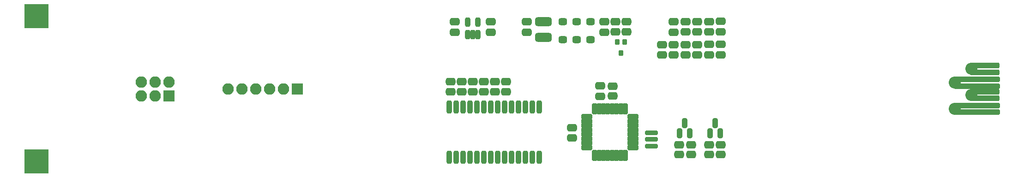
<source format=gbs>
G04 #@! TF.GenerationSoftware,KiCad,Pcbnew,7.0.1-0*
G04 #@! TF.CreationDate,2023-04-13T17:41:14+02:00*
G04 #@! TF.ProjectId,Remote,52656d6f-7465-42e6-9b69-6361645f7063,rev?*
G04 #@! TF.SameCoordinates,Original*
G04 #@! TF.FileFunction,Soldermask,Bot*
G04 #@! TF.FilePolarity,Negative*
%FSLAX46Y46*%
G04 Gerber Fmt 4.6, Leading zero omitted, Abs format (unit mm)*
G04 Created by KiCad (PCBNEW 7.0.1-0) date 2023-04-13 17:41:14*
%MOMM*%
%LPD*%
G01*
G04 APERTURE LIST*
G04 Aperture macros list*
%AMRoundRect*
0 Rectangle with rounded corners*
0 $1 Rounding radius*
0 $2 $3 $4 $5 $6 $7 $8 $9 X,Y pos of 4 corners*
0 Add a 4 corners polygon primitive as box body*
4,1,4,$2,$3,$4,$5,$6,$7,$8,$9,$2,$3,0*
0 Add four circle primitives for the rounded corners*
1,1,$1+$1,$2,$3*
1,1,$1+$1,$4,$5*
1,1,$1+$1,$6,$7*
1,1,$1+$1,$8,$9*
0 Add four rect primitives between the rounded corners*
20,1,$1+$1,$2,$3,$4,$5,0*
20,1,$1+$1,$4,$5,$6,$7,0*
20,1,$1+$1,$6,$7,$8,$9,0*
20,1,$1+$1,$8,$9,$2,$3,0*%
G04 Aperture macros list end*
%ADD10RoundRect,0.200000X2.500000X-0.300000X2.500000X0.300000X-2.500000X0.300000X-2.500000X-0.300000X0*%
%ADD11C,2.200000*%
%ADD12RoundRect,0.200000X4.000000X-0.300000X4.000000X0.300000X-4.000000X0.300000X-4.000000X-0.300000X0*%
%ADD13RoundRect,0.450000X0.450000X-0.262500X0.450000X0.262500X-0.450000X0.262500X-0.450000X-0.262500X0*%
%ADD14RoundRect,0.450000X-0.450000X0.262500X-0.450000X-0.262500X0.450000X-0.262500X0.450000X0.262500X0*%
%ADD15RoundRect,0.450000X0.475000X-0.250000X0.475000X0.250000X-0.475000X0.250000X-0.475000X-0.250000X0*%
%ADD16RoundRect,0.450000X-0.475000X0.250000X-0.475000X-0.250000X0.475000X-0.250000X0.475000X0.250000X0*%
%ADD17RoundRect,0.425000X-0.375000X0.225000X-0.375000X-0.225000X0.375000X-0.225000X0.375000X0.225000X0*%
%ADD18RoundRect,0.425000X0.375000X-0.225000X0.375000X0.225000X-0.375000X0.225000X-0.375000X-0.225000X0*%
%ADD19RoundRect,0.350000X0.150000X-0.512500X0.150000X0.512500X-0.150000X0.512500X-0.150000X-0.512500X0*%
%ADD20RoundRect,0.350000X-0.150000X0.875000X-0.150000X-0.875000X0.150000X-0.875000X0.150000X0.875000X0*%
%ADD21RoundRect,0.450000X-1.075000X0.375000X-1.075000X-0.375000X1.075000X-0.375000X1.075000X0.375000X0*%
%ADD22RoundRect,0.200000X0.275000X-0.800000X0.275000X0.800000X-0.275000X0.800000X-0.275000X-0.800000X0*%
%ADD23RoundRect,0.200000X0.800000X0.275000X-0.800000X0.275000X-0.800000X-0.275000X0.800000X-0.275000X0*%
%ADD24RoundRect,0.200000X-2.032000X-2.032000X2.032000X-2.032000X2.032000X2.032000X-2.032000X2.032000X0*%
%ADD25RoundRect,0.200000X-0.225000X-0.350000X0.225000X-0.350000X0.225000X0.350000X-0.225000X0.350000X0*%
%ADD26RoundRect,0.200000X0.850000X-0.850000X0.850000X0.850000X-0.850000X0.850000X-0.850000X-0.850000X0*%
%ADD27O,2.100000X2.100000*%
%ADD28RoundRect,0.200000X0.950000X-0.200000X0.950000X0.200000X-0.950000X0.200000X-0.950000X-0.200000X0*%
%ADD29RoundRect,0.350000X0.150000X-0.587500X0.150000X0.587500X-0.150000X0.587500X-0.150000X-0.587500X0*%
G04 APERTURE END LIST*
D10*
X217597000Y-57730000D03*
D11*
X215097000Y-57130000D03*
X215097000Y-57130000D03*
D10*
X217597000Y-56530000D03*
D12*
X216097000Y-60270000D03*
D11*
X212097000Y-59670000D03*
X212097000Y-59670000D03*
D12*
X216097000Y-59070000D03*
D10*
X217597000Y-52924000D03*
D11*
X215097000Y-52324000D03*
X215097000Y-52324000D03*
D10*
X217597000Y-51724000D03*
D12*
X216097000Y-55464000D03*
D11*
X212097000Y-54864000D03*
X212097000Y-54864000D03*
D12*
X216097000Y-54264000D03*
D13*
X161544000Y-68072000D03*
X161544000Y-66247000D03*
D14*
X169164000Y-66247000D03*
X169164000Y-68072000D03*
D15*
X127000000Y-45588000D03*
X127000000Y-43688000D03*
X120396000Y-45588000D03*
X120396000Y-43688000D03*
X147066000Y-57338000D03*
X147066000Y-55438000D03*
D16*
X133604000Y-43678400D03*
X133604000Y-45578400D03*
D15*
X147828000Y-45568800D03*
X147828000Y-43668800D03*
D16*
X169164000Y-43601600D03*
X169164000Y-45501600D03*
X167005000Y-43611200D03*
X167005000Y-45511200D03*
X162687000Y-43649600D03*
X162687000Y-45549600D03*
X160528000Y-43659200D03*
X160528000Y-45559200D03*
X169164000Y-47835200D03*
X169164000Y-49735200D03*
X167005000Y-47823000D03*
X167005000Y-49723000D03*
X164846000Y-47847400D03*
X164846000Y-49747400D03*
D17*
X145288000Y-43626000D03*
X145288000Y-46926000D03*
D18*
X142748000Y-46926000D03*
X142748000Y-43626000D03*
D14*
X149352000Y-55475500D03*
X149352000Y-57300500D03*
D13*
X119634000Y-56515000D03*
X119634000Y-54690000D03*
X121666000Y-56515000D03*
X121666000Y-54690000D03*
X123698000Y-56515000D03*
X123698000Y-54690000D03*
X125730000Y-56515000D03*
X125730000Y-54690000D03*
D16*
X162687000Y-47859600D03*
X162687000Y-49759600D03*
X160528000Y-47871800D03*
X160528000Y-49771800D03*
X158369000Y-47884000D03*
X158369000Y-49784000D03*
X141859000Y-63124000D03*
X141859000Y-65024000D03*
D19*
X124648000Y-46029500D03*
X123698000Y-46029500D03*
X122748000Y-46029500D03*
X122748000Y-43754500D03*
X124648000Y-43754500D03*
D20*
X119380000Y-59280000D03*
X120650000Y-59280000D03*
X121920000Y-59280000D03*
X123190000Y-59280000D03*
X124460000Y-59280000D03*
X125730000Y-59280000D03*
X127000000Y-59280000D03*
X128270000Y-59280000D03*
X129540000Y-59280000D03*
X130810000Y-59280000D03*
X132080000Y-59280000D03*
X133350000Y-59280000D03*
X134620000Y-59280000D03*
X135890000Y-59280000D03*
X135890000Y-68580000D03*
X134620000Y-68580000D03*
X133350000Y-68580000D03*
X132080000Y-68580000D03*
X130810000Y-68580000D03*
X129540000Y-68580000D03*
X128270000Y-68580000D03*
X127000000Y-68580000D03*
X125730000Y-68580000D03*
X124460000Y-68580000D03*
X123190000Y-68580000D03*
X121920000Y-68580000D03*
X120650000Y-68580000D03*
X119380000Y-68580000D03*
D21*
X136652000Y-43688000D03*
X136652000Y-46488000D03*
D22*
X151644000Y-59680000D03*
X150844000Y-59680000D03*
X150044000Y-59680000D03*
X149244000Y-59680000D03*
X148444000Y-59680000D03*
X147644000Y-59680000D03*
X146844000Y-59680000D03*
X146044000Y-59680000D03*
D23*
X144594000Y-61130000D03*
X144594000Y-61930000D03*
X144594000Y-62730000D03*
X144594000Y-63530000D03*
X144594000Y-64330000D03*
X144594000Y-65130000D03*
X144594000Y-65930000D03*
X144594000Y-66730000D03*
D22*
X146044000Y-68180000D03*
X146844000Y-68180000D03*
X147644000Y-68180000D03*
X148444000Y-68180000D03*
X149244000Y-68180000D03*
X150044000Y-68180000D03*
X150844000Y-68180000D03*
X151644000Y-68180000D03*
D23*
X153094000Y-66730000D03*
X153094000Y-65930000D03*
X153094000Y-65130000D03*
X153094000Y-64330000D03*
X153094000Y-63530000D03*
X153094000Y-62730000D03*
X153094000Y-61930000D03*
X153094000Y-61130000D03*
D17*
X140208000Y-43626000D03*
X140208000Y-46926000D03*
D24*
X43688000Y-69342000D03*
X43688000Y-42672000D03*
D25*
X150226000Y-47401000D03*
X151526000Y-47401000D03*
X150876000Y-49401000D03*
D13*
X127762000Y-56515000D03*
X127762000Y-54690000D03*
X129794000Y-56515000D03*
X129794000Y-54690000D03*
X149860000Y-45492900D03*
X149860000Y-43667900D03*
X164846000Y-45483300D03*
X164846000Y-43658300D03*
D14*
X151892000Y-43677500D03*
X151892000Y-45502500D03*
D26*
X67970400Y-57282000D03*
D27*
X67970400Y-54742000D03*
X65430400Y-57282000D03*
X65430400Y-54742000D03*
X62890400Y-57282000D03*
X62890400Y-54742000D03*
D26*
X91490800Y-56007000D03*
D27*
X88950800Y-56007000D03*
X86410800Y-56007000D03*
X83870800Y-56007000D03*
X81330800Y-56007000D03*
X78790800Y-56007000D03*
D28*
X156464000Y-66478000D03*
X156464000Y-65278000D03*
X156464000Y-64078000D03*
D29*
X163510000Y-64111500D03*
X161610000Y-64111500D03*
X162560000Y-62236500D03*
D13*
X163703000Y-68072000D03*
X163703000Y-66247000D03*
D29*
X169074500Y-64111500D03*
X167174500Y-64111500D03*
X168124500Y-62236500D03*
D13*
X167005000Y-68072000D03*
X167005000Y-66247000D03*
M02*

</source>
